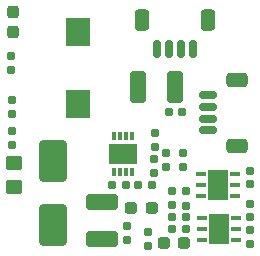
<source format=gbr>
%TF.GenerationSoftware,KiCad,Pcbnew,8.0.5*%
%TF.CreationDate,2024-10-22T15:36:18+02:00*%
%TF.ProjectId,cansatperso,63616e73-6174-4706-9572-736f2e6b6963,rev?*%
%TF.SameCoordinates,Original*%
%TF.FileFunction,Paste,Bot*%
%TF.FilePolarity,Positive*%
%FSLAX46Y46*%
G04 Gerber Fmt 4.6, Leading zero omitted, Abs format (unit mm)*
G04 Created by KiCad (PCBNEW 8.0.5) date 2024-10-22 15:36:18*
%MOMM*%
%LPD*%
G01*
G04 APERTURE LIST*
G04 Aperture macros list*
%AMRoundRect*
0 Rectangle with rounded corners*
0 $1 Rounding radius*
0 $2 $3 $4 $5 $6 $7 $8 $9 X,Y pos of 4 corners*
0 Add a 4 corners polygon primitive as box body*
4,1,4,$2,$3,$4,$5,$6,$7,$8,$9,$2,$3,0*
0 Add four circle primitives for the rounded corners*
1,1,$1+$1,$2,$3*
1,1,$1+$1,$4,$5*
1,1,$1+$1,$6,$7*
1,1,$1+$1,$8,$9*
0 Add four rect primitives between the rounded corners*
20,1,$1+$1,$2,$3,$4,$5,0*
20,1,$1+$1,$4,$5,$6,$7,0*
20,1,$1+$1,$6,$7,$8,$9,0*
20,1,$1+$1,$8,$9,$2,$3,0*%
G04 Aperture macros list end*
%ADD10RoundRect,0.155000X0.155000X-0.212500X0.155000X0.212500X-0.155000X0.212500X-0.155000X-0.212500X0*%
%ADD11RoundRect,0.155000X0.212500X0.155000X-0.212500X0.155000X-0.212500X-0.155000X0.212500X-0.155000X0*%
%ADD12RoundRect,0.160000X-0.160000X0.197500X-0.160000X-0.197500X0.160000X-0.197500X0.160000X0.197500X0*%
%ADD13RoundRect,0.155000X-0.155000X0.212500X-0.155000X-0.212500X0.155000X-0.212500X0.155000X0.212500X0*%
%ADD14RoundRect,0.150000X0.625000X-0.150000X0.625000X0.150000X-0.625000X0.150000X-0.625000X-0.150000X0*%
%ADD15RoundRect,0.250000X0.650000X-0.350000X0.650000X0.350000X-0.650000X0.350000X-0.650000X-0.350000X0*%
%ADD16RoundRect,0.160000X-0.197500X-0.160000X0.197500X-0.160000X0.197500X0.160000X-0.197500X0.160000X0*%
%ADD17R,2.050000X2.450000*%
%ADD18RoundRect,0.250000X-0.412500X-1.100000X0.412500X-1.100000X0.412500X1.100000X-0.412500X1.100000X0*%
%ADD19RoundRect,0.155000X-0.212500X-0.155000X0.212500X-0.155000X0.212500X0.155000X-0.212500X0.155000X0*%
%ADD20RoundRect,0.160000X0.160000X-0.197500X0.160000X0.197500X-0.160000X0.197500X-0.160000X-0.197500X0*%
%ADD21RoundRect,0.250000X0.350000X0.650000X-0.350000X0.650000X-0.350000X-0.650000X0.350000X-0.650000X0*%
%ADD22RoundRect,0.150000X0.150000X0.625000X-0.150000X0.625000X-0.150000X-0.625000X0.150000X-0.625000X0*%
%ADD23R,0.850000X0.300000*%
%ADD24R,1.700000X2.500000*%
%ADD25RoundRect,0.237500X0.237500X-0.287500X0.237500X0.287500X-0.237500X0.287500X-0.237500X-0.287500X0*%
%ADD26RoundRect,0.250000X-1.100000X0.412500X-1.100000X-0.412500X1.100000X-0.412500X1.100000X0.412500X0*%
%ADD27RoundRect,0.237500X-0.287500X-0.237500X0.287500X-0.237500X0.287500X0.237500X-0.287500X0.237500X0*%
%ADD28RoundRect,0.250000X-0.900000X1.500000X-0.900000X-1.500000X0.900000X-1.500000X0.900000X1.500000X0*%
%ADD29RoundRect,0.250000X0.450000X-0.350000X0.450000X0.350000X-0.450000X0.350000X-0.450000X-0.350000X0*%
%ADD30R,0.300000X0.800000*%
%ADD31R,2.480000X1.750000*%
G04 APERTURE END LIST*
D10*
%TO.C,C19*%
X194630000Y-88437500D03*
X194630000Y-87302500D03*
%TD*%
D11*
%TO.C,C21*%
X189145000Y-92250000D03*
X188010000Y-92250000D03*
%TD*%
D12*
%TO.C,R16*%
X186500000Y-86352500D03*
X186500000Y-87547500D03*
%TD*%
D13*
%TO.C,C27*%
X187480000Y-85842500D03*
X187480000Y-86977500D03*
%TD*%
D14*
%TO.C,J3*%
X191005000Y-83910000D03*
X191005000Y-82910000D03*
X191005000Y-81910000D03*
X191005000Y-80910000D03*
D15*
X193530000Y-85210000D03*
X193530000Y-79610000D03*
%TD*%
D16*
%TO.C,R15*%
X185132500Y-88570000D03*
X186327500Y-88570000D03*
%TD*%
D17*
%TO.C,L2*%
X180060000Y-81670000D03*
X180060000Y-75570000D03*
%TD*%
D18*
%TO.C,C29*%
X185117500Y-80200000D03*
X188242500Y-80200000D03*
%TD*%
D19*
%TO.C,C28*%
X187722500Y-82380000D03*
X188857500Y-82380000D03*
%TD*%
D20*
%TO.C,R11*%
X184200000Y-93207500D03*
X184200000Y-92012500D03*
%TD*%
D21*
%TO.C,J4*%
X185440000Y-74530000D03*
D22*
X189740000Y-77055000D03*
X188740000Y-77055000D03*
X187740000Y-77055000D03*
X186740000Y-77055000D03*
D21*
X191040000Y-74530000D03*
%TD*%
D19*
%TO.C,C25*%
X182932500Y-88530000D03*
X184067500Y-88530000D03*
%TD*%
D23*
%TO.C,IC5*%
X193400000Y-91320000D03*
X193400000Y-92270000D03*
X193400000Y-93220000D03*
X190500000Y-93220000D03*
X190500000Y-92270000D03*
X190500000Y-91320000D03*
D24*
X191950000Y-92270000D03*
%TD*%
D12*
%TO.C,R22*%
X174430000Y-81312500D03*
X174430000Y-82507500D03*
%TD*%
%TO.C,R4*%
X185960000Y-92470000D03*
X185960000Y-93665000D03*
%TD*%
D25*
%TO.C,D1*%
X174550000Y-75605000D03*
X174550000Y-73855000D03*
%TD*%
D26*
%TO.C,C24*%
X182080000Y-89967500D03*
X182080000Y-93092500D03*
%TD*%
D20*
%TO.C,R3*%
X174390000Y-78767500D03*
X174390000Y-77572500D03*
%TD*%
D13*
%TO.C,C20*%
X194580000Y-90132500D03*
X194580000Y-91267500D03*
%TD*%
D12*
%TO.C,R19*%
X187970000Y-89062500D03*
X187970000Y-90257500D03*
%TD*%
%TO.C,R21*%
X174480000Y-83952500D03*
X174480000Y-85147500D03*
%TD*%
D23*
%TO.C,IC2*%
X193310000Y-87570000D03*
X193310000Y-88520000D03*
X193310000Y-89470000D03*
X190410000Y-89470000D03*
X190410000Y-88520000D03*
X190410000Y-87570000D03*
D24*
X191860000Y-88520000D03*
%TD*%
D13*
%TO.C,C26*%
X186530000Y-84152500D03*
X186530000Y-85287500D03*
%TD*%
D11*
%TO.C,C18*%
X189147500Y-91280000D03*
X188012500Y-91280000D03*
%TD*%
D27*
%TO.C,D5*%
X184550000Y-90470000D03*
X186300000Y-90470000D03*
%TD*%
D12*
%TO.C,R17*%
X188890000Y-85822500D03*
X188890000Y-87017500D03*
%TD*%
D28*
%TO.C,D2*%
X177930000Y-86510000D03*
X177930000Y-91910000D03*
%TD*%
D20*
%TO.C,R1*%
X194580000Y-93537500D03*
X194580000Y-92342500D03*
%TD*%
D27*
%TO.C,D4*%
X187275000Y-93480000D03*
X189025000Y-93480000D03*
%TD*%
D29*
%TO.C,R23*%
X174650000Y-88680000D03*
X174650000Y-86680000D03*
%TD*%
D20*
%TO.C,R18*%
X189150000Y-90267500D03*
X189150000Y-89072500D03*
%TD*%
D30*
%TO.C,IC3*%
X183090000Y-84410000D03*
X183590000Y-84410000D03*
X184090000Y-84410000D03*
X184590000Y-84410000D03*
X184590000Y-87410000D03*
X184090000Y-87410000D03*
X183590000Y-87410000D03*
X183090000Y-87410000D03*
D31*
X183840000Y-85910000D03*
%TD*%
M02*

</source>
